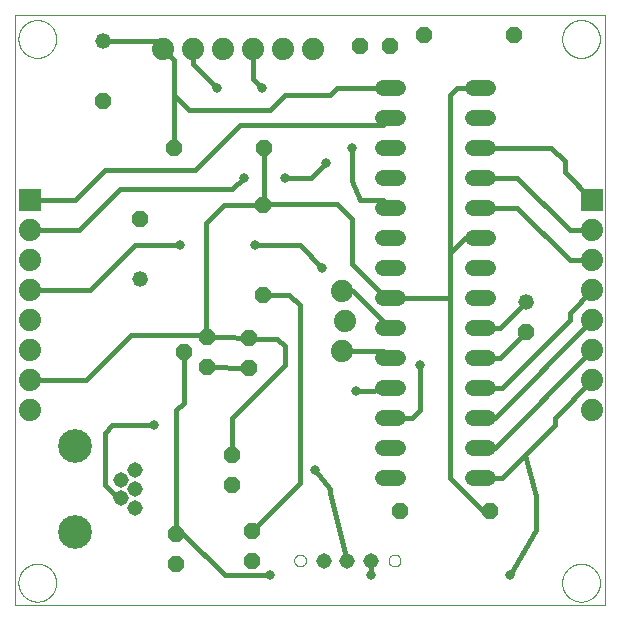
<source format=gtl>
G75*
%MOIN*%
%OFA0B0*%
%FSLAX25Y25*%
%IPPOS*%
%LPD*%
%AMOC8*
5,1,8,0,0,1.08239X$1,22.5*
%
%ADD10C,0.00000*%
%ADD11OC8,0.05200*%
%ADD12C,0.05200*%
%ADD13C,0.05200*%
%ADD14C,0.07400*%
%ADD15R,0.07400X0.07400*%
%ADD16C,0.05150*%
%ADD17C,0.11220*%
%ADD18C,0.01600*%
%ADD19C,0.03169*%
D10*
X0010043Y0001800D02*
X0010043Y0198650D01*
X0206893Y0198650D01*
X0206893Y0001800D01*
X0010043Y0001800D01*
X0011244Y0009300D02*
X0011246Y0009458D01*
X0011252Y0009616D01*
X0011262Y0009774D01*
X0011276Y0009932D01*
X0011294Y0010089D01*
X0011315Y0010246D01*
X0011341Y0010402D01*
X0011371Y0010558D01*
X0011404Y0010713D01*
X0011442Y0010866D01*
X0011483Y0011019D01*
X0011528Y0011171D01*
X0011577Y0011322D01*
X0011630Y0011471D01*
X0011686Y0011619D01*
X0011746Y0011765D01*
X0011810Y0011910D01*
X0011878Y0012053D01*
X0011949Y0012195D01*
X0012023Y0012335D01*
X0012101Y0012472D01*
X0012183Y0012608D01*
X0012267Y0012742D01*
X0012356Y0012873D01*
X0012447Y0013002D01*
X0012542Y0013129D01*
X0012639Y0013254D01*
X0012740Y0013376D01*
X0012844Y0013495D01*
X0012951Y0013612D01*
X0013061Y0013726D01*
X0013174Y0013837D01*
X0013289Y0013946D01*
X0013407Y0014051D01*
X0013528Y0014153D01*
X0013651Y0014253D01*
X0013777Y0014349D01*
X0013905Y0014442D01*
X0014035Y0014532D01*
X0014168Y0014618D01*
X0014303Y0014702D01*
X0014439Y0014781D01*
X0014578Y0014858D01*
X0014719Y0014930D01*
X0014861Y0015000D01*
X0015005Y0015065D01*
X0015151Y0015127D01*
X0015298Y0015185D01*
X0015447Y0015240D01*
X0015597Y0015291D01*
X0015748Y0015338D01*
X0015900Y0015381D01*
X0016053Y0015420D01*
X0016208Y0015456D01*
X0016363Y0015487D01*
X0016519Y0015515D01*
X0016675Y0015539D01*
X0016832Y0015559D01*
X0016990Y0015575D01*
X0017147Y0015587D01*
X0017306Y0015595D01*
X0017464Y0015599D01*
X0017622Y0015599D01*
X0017780Y0015595D01*
X0017939Y0015587D01*
X0018096Y0015575D01*
X0018254Y0015559D01*
X0018411Y0015539D01*
X0018567Y0015515D01*
X0018723Y0015487D01*
X0018878Y0015456D01*
X0019033Y0015420D01*
X0019186Y0015381D01*
X0019338Y0015338D01*
X0019489Y0015291D01*
X0019639Y0015240D01*
X0019788Y0015185D01*
X0019935Y0015127D01*
X0020081Y0015065D01*
X0020225Y0015000D01*
X0020367Y0014930D01*
X0020508Y0014858D01*
X0020647Y0014781D01*
X0020783Y0014702D01*
X0020918Y0014618D01*
X0021051Y0014532D01*
X0021181Y0014442D01*
X0021309Y0014349D01*
X0021435Y0014253D01*
X0021558Y0014153D01*
X0021679Y0014051D01*
X0021797Y0013946D01*
X0021912Y0013837D01*
X0022025Y0013726D01*
X0022135Y0013612D01*
X0022242Y0013495D01*
X0022346Y0013376D01*
X0022447Y0013254D01*
X0022544Y0013129D01*
X0022639Y0013002D01*
X0022730Y0012873D01*
X0022819Y0012742D01*
X0022903Y0012608D01*
X0022985Y0012472D01*
X0023063Y0012335D01*
X0023137Y0012195D01*
X0023208Y0012053D01*
X0023276Y0011910D01*
X0023340Y0011765D01*
X0023400Y0011619D01*
X0023456Y0011471D01*
X0023509Y0011322D01*
X0023558Y0011171D01*
X0023603Y0011019D01*
X0023644Y0010866D01*
X0023682Y0010713D01*
X0023715Y0010558D01*
X0023745Y0010402D01*
X0023771Y0010246D01*
X0023792Y0010089D01*
X0023810Y0009932D01*
X0023824Y0009774D01*
X0023834Y0009616D01*
X0023840Y0009458D01*
X0023842Y0009300D01*
X0023840Y0009142D01*
X0023834Y0008984D01*
X0023824Y0008826D01*
X0023810Y0008668D01*
X0023792Y0008511D01*
X0023771Y0008354D01*
X0023745Y0008198D01*
X0023715Y0008042D01*
X0023682Y0007887D01*
X0023644Y0007734D01*
X0023603Y0007581D01*
X0023558Y0007429D01*
X0023509Y0007278D01*
X0023456Y0007129D01*
X0023400Y0006981D01*
X0023340Y0006835D01*
X0023276Y0006690D01*
X0023208Y0006547D01*
X0023137Y0006405D01*
X0023063Y0006265D01*
X0022985Y0006128D01*
X0022903Y0005992D01*
X0022819Y0005858D01*
X0022730Y0005727D01*
X0022639Y0005598D01*
X0022544Y0005471D01*
X0022447Y0005346D01*
X0022346Y0005224D01*
X0022242Y0005105D01*
X0022135Y0004988D01*
X0022025Y0004874D01*
X0021912Y0004763D01*
X0021797Y0004654D01*
X0021679Y0004549D01*
X0021558Y0004447D01*
X0021435Y0004347D01*
X0021309Y0004251D01*
X0021181Y0004158D01*
X0021051Y0004068D01*
X0020918Y0003982D01*
X0020783Y0003898D01*
X0020647Y0003819D01*
X0020508Y0003742D01*
X0020367Y0003670D01*
X0020225Y0003600D01*
X0020081Y0003535D01*
X0019935Y0003473D01*
X0019788Y0003415D01*
X0019639Y0003360D01*
X0019489Y0003309D01*
X0019338Y0003262D01*
X0019186Y0003219D01*
X0019033Y0003180D01*
X0018878Y0003144D01*
X0018723Y0003113D01*
X0018567Y0003085D01*
X0018411Y0003061D01*
X0018254Y0003041D01*
X0018096Y0003025D01*
X0017939Y0003013D01*
X0017780Y0003005D01*
X0017622Y0003001D01*
X0017464Y0003001D01*
X0017306Y0003005D01*
X0017147Y0003013D01*
X0016990Y0003025D01*
X0016832Y0003041D01*
X0016675Y0003061D01*
X0016519Y0003085D01*
X0016363Y0003113D01*
X0016208Y0003144D01*
X0016053Y0003180D01*
X0015900Y0003219D01*
X0015748Y0003262D01*
X0015597Y0003309D01*
X0015447Y0003360D01*
X0015298Y0003415D01*
X0015151Y0003473D01*
X0015005Y0003535D01*
X0014861Y0003600D01*
X0014719Y0003670D01*
X0014578Y0003742D01*
X0014439Y0003819D01*
X0014303Y0003898D01*
X0014168Y0003982D01*
X0014035Y0004068D01*
X0013905Y0004158D01*
X0013777Y0004251D01*
X0013651Y0004347D01*
X0013528Y0004447D01*
X0013407Y0004549D01*
X0013289Y0004654D01*
X0013174Y0004763D01*
X0013061Y0004874D01*
X0012951Y0004988D01*
X0012844Y0005105D01*
X0012740Y0005224D01*
X0012639Y0005346D01*
X0012542Y0005471D01*
X0012447Y0005598D01*
X0012356Y0005727D01*
X0012267Y0005858D01*
X0012183Y0005992D01*
X0012101Y0006128D01*
X0012023Y0006265D01*
X0011949Y0006405D01*
X0011878Y0006547D01*
X0011810Y0006690D01*
X0011746Y0006835D01*
X0011686Y0006981D01*
X0011630Y0007129D01*
X0011577Y0007278D01*
X0011528Y0007429D01*
X0011483Y0007581D01*
X0011442Y0007734D01*
X0011404Y0007887D01*
X0011371Y0008042D01*
X0011341Y0008198D01*
X0011315Y0008354D01*
X0011294Y0008511D01*
X0011276Y0008668D01*
X0011262Y0008826D01*
X0011252Y0008984D01*
X0011246Y0009142D01*
X0011244Y0009300D01*
X0103172Y0016692D02*
X0103174Y0016780D01*
X0103180Y0016868D01*
X0103190Y0016956D01*
X0103204Y0017044D01*
X0103221Y0017130D01*
X0103243Y0017216D01*
X0103268Y0017300D01*
X0103298Y0017384D01*
X0103330Y0017466D01*
X0103367Y0017546D01*
X0103407Y0017625D01*
X0103451Y0017702D01*
X0103498Y0017777D01*
X0103548Y0017849D01*
X0103602Y0017920D01*
X0103658Y0017987D01*
X0103718Y0018053D01*
X0103780Y0018115D01*
X0103846Y0018175D01*
X0103913Y0018231D01*
X0103984Y0018285D01*
X0104056Y0018335D01*
X0104131Y0018382D01*
X0104208Y0018426D01*
X0104287Y0018466D01*
X0104367Y0018503D01*
X0104449Y0018535D01*
X0104533Y0018565D01*
X0104617Y0018590D01*
X0104703Y0018612D01*
X0104789Y0018629D01*
X0104877Y0018643D01*
X0104965Y0018653D01*
X0105053Y0018659D01*
X0105141Y0018661D01*
X0105229Y0018659D01*
X0105317Y0018653D01*
X0105405Y0018643D01*
X0105493Y0018629D01*
X0105579Y0018612D01*
X0105665Y0018590D01*
X0105749Y0018565D01*
X0105833Y0018535D01*
X0105915Y0018503D01*
X0105995Y0018466D01*
X0106074Y0018426D01*
X0106151Y0018382D01*
X0106226Y0018335D01*
X0106298Y0018285D01*
X0106369Y0018231D01*
X0106436Y0018175D01*
X0106502Y0018115D01*
X0106564Y0018053D01*
X0106624Y0017987D01*
X0106680Y0017920D01*
X0106734Y0017849D01*
X0106784Y0017777D01*
X0106831Y0017702D01*
X0106875Y0017625D01*
X0106915Y0017546D01*
X0106952Y0017466D01*
X0106984Y0017384D01*
X0107014Y0017300D01*
X0107039Y0017216D01*
X0107061Y0017130D01*
X0107078Y0017044D01*
X0107092Y0016956D01*
X0107102Y0016868D01*
X0107108Y0016780D01*
X0107110Y0016692D01*
X0107108Y0016604D01*
X0107102Y0016516D01*
X0107092Y0016428D01*
X0107078Y0016340D01*
X0107061Y0016254D01*
X0107039Y0016168D01*
X0107014Y0016084D01*
X0106984Y0016000D01*
X0106952Y0015918D01*
X0106915Y0015838D01*
X0106875Y0015759D01*
X0106831Y0015682D01*
X0106784Y0015607D01*
X0106734Y0015535D01*
X0106680Y0015464D01*
X0106624Y0015397D01*
X0106564Y0015331D01*
X0106502Y0015269D01*
X0106436Y0015209D01*
X0106369Y0015153D01*
X0106298Y0015099D01*
X0106226Y0015049D01*
X0106151Y0015002D01*
X0106074Y0014958D01*
X0105995Y0014918D01*
X0105915Y0014881D01*
X0105833Y0014849D01*
X0105749Y0014819D01*
X0105665Y0014794D01*
X0105579Y0014772D01*
X0105493Y0014755D01*
X0105405Y0014741D01*
X0105317Y0014731D01*
X0105229Y0014725D01*
X0105141Y0014723D01*
X0105053Y0014725D01*
X0104965Y0014731D01*
X0104877Y0014741D01*
X0104789Y0014755D01*
X0104703Y0014772D01*
X0104617Y0014794D01*
X0104533Y0014819D01*
X0104449Y0014849D01*
X0104367Y0014881D01*
X0104287Y0014918D01*
X0104208Y0014958D01*
X0104131Y0015002D01*
X0104056Y0015049D01*
X0103984Y0015099D01*
X0103913Y0015153D01*
X0103846Y0015209D01*
X0103780Y0015269D01*
X0103718Y0015331D01*
X0103658Y0015397D01*
X0103602Y0015464D01*
X0103548Y0015535D01*
X0103498Y0015607D01*
X0103451Y0015682D01*
X0103407Y0015759D01*
X0103367Y0015838D01*
X0103330Y0015918D01*
X0103298Y0016000D01*
X0103268Y0016084D01*
X0103243Y0016168D01*
X0103221Y0016254D01*
X0103204Y0016340D01*
X0103190Y0016428D01*
X0103180Y0016516D01*
X0103174Y0016604D01*
X0103172Y0016692D01*
X0134668Y0016692D02*
X0134670Y0016780D01*
X0134676Y0016868D01*
X0134686Y0016956D01*
X0134700Y0017044D01*
X0134717Y0017130D01*
X0134739Y0017216D01*
X0134764Y0017300D01*
X0134794Y0017384D01*
X0134826Y0017466D01*
X0134863Y0017546D01*
X0134903Y0017625D01*
X0134947Y0017702D01*
X0134994Y0017777D01*
X0135044Y0017849D01*
X0135098Y0017920D01*
X0135154Y0017987D01*
X0135214Y0018053D01*
X0135276Y0018115D01*
X0135342Y0018175D01*
X0135409Y0018231D01*
X0135480Y0018285D01*
X0135552Y0018335D01*
X0135627Y0018382D01*
X0135704Y0018426D01*
X0135783Y0018466D01*
X0135863Y0018503D01*
X0135945Y0018535D01*
X0136029Y0018565D01*
X0136113Y0018590D01*
X0136199Y0018612D01*
X0136285Y0018629D01*
X0136373Y0018643D01*
X0136461Y0018653D01*
X0136549Y0018659D01*
X0136637Y0018661D01*
X0136725Y0018659D01*
X0136813Y0018653D01*
X0136901Y0018643D01*
X0136989Y0018629D01*
X0137075Y0018612D01*
X0137161Y0018590D01*
X0137245Y0018565D01*
X0137329Y0018535D01*
X0137411Y0018503D01*
X0137491Y0018466D01*
X0137570Y0018426D01*
X0137647Y0018382D01*
X0137722Y0018335D01*
X0137794Y0018285D01*
X0137865Y0018231D01*
X0137932Y0018175D01*
X0137998Y0018115D01*
X0138060Y0018053D01*
X0138120Y0017987D01*
X0138176Y0017920D01*
X0138230Y0017849D01*
X0138280Y0017777D01*
X0138327Y0017702D01*
X0138371Y0017625D01*
X0138411Y0017546D01*
X0138448Y0017466D01*
X0138480Y0017384D01*
X0138510Y0017300D01*
X0138535Y0017216D01*
X0138557Y0017130D01*
X0138574Y0017044D01*
X0138588Y0016956D01*
X0138598Y0016868D01*
X0138604Y0016780D01*
X0138606Y0016692D01*
X0138604Y0016604D01*
X0138598Y0016516D01*
X0138588Y0016428D01*
X0138574Y0016340D01*
X0138557Y0016254D01*
X0138535Y0016168D01*
X0138510Y0016084D01*
X0138480Y0016000D01*
X0138448Y0015918D01*
X0138411Y0015838D01*
X0138371Y0015759D01*
X0138327Y0015682D01*
X0138280Y0015607D01*
X0138230Y0015535D01*
X0138176Y0015464D01*
X0138120Y0015397D01*
X0138060Y0015331D01*
X0137998Y0015269D01*
X0137932Y0015209D01*
X0137865Y0015153D01*
X0137794Y0015099D01*
X0137722Y0015049D01*
X0137647Y0015002D01*
X0137570Y0014958D01*
X0137491Y0014918D01*
X0137411Y0014881D01*
X0137329Y0014849D01*
X0137245Y0014819D01*
X0137161Y0014794D01*
X0137075Y0014772D01*
X0136989Y0014755D01*
X0136901Y0014741D01*
X0136813Y0014731D01*
X0136725Y0014725D01*
X0136637Y0014723D01*
X0136549Y0014725D01*
X0136461Y0014731D01*
X0136373Y0014741D01*
X0136285Y0014755D01*
X0136199Y0014772D01*
X0136113Y0014794D01*
X0136029Y0014819D01*
X0135945Y0014849D01*
X0135863Y0014881D01*
X0135783Y0014918D01*
X0135704Y0014958D01*
X0135627Y0015002D01*
X0135552Y0015049D01*
X0135480Y0015099D01*
X0135409Y0015153D01*
X0135342Y0015209D01*
X0135276Y0015269D01*
X0135214Y0015331D01*
X0135154Y0015397D01*
X0135098Y0015464D01*
X0135044Y0015535D01*
X0134994Y0015607D01*
X0134947Y0015682D01*
X0134903Y0015759D01*
X0134863Y0015838D01*
X0134826Y0015918D01*
X0134794Y0016000D01*
X0134764Y0016084D01*
X0134739Y0016168D01*
X0134717Y0016254D01*
X0134700Y0016340D01*
X0134686Y0016428D01*
X0134676Y0016516D01*
X0134670Y0016604D01*
X0134668Y0016692D01*
X0192494Y0009300D02*
X0192496Y0009458D01*
X0192502Y0009616D01*
X0192512Y0009774D01*
X0192526Y0009932D01*
X0192544Y0010089D01*
X0192565Y0010246D01*
X0192591Y0010402D01*
X0192621Y0010558D01*
X0192654Y0010713D01*
X0192692Y0010866D01*
X0192733Y0011019D01*
X0192778Y0011171D01*
X0192827Y0011322D01*
X0192880Y0011471D01*
X0192936Y0011619D01*
X0192996Y0011765D01*
X0193060Y0011910D01*
X0193128Y0012053D01*
X0193199Y0012195D01*
X0193273Y0012335D01*
X0193351Y0012472D01*
X0193433Y0012608D01*
X0193517Y0012742D01*
X0193606Y0012873D01*
X0193697Y0013002D01*
X0193792Y0013129D01*
X0193889Y0013254D01*
X0193990Y0013376D01*
X0194094Y0013495D01*
X0194201Y0013612D01*
X0194311Y0013726D01*
X0194424Y0013837D01*
X0194539Y0013946D01*
X0194657Y0014051D01*
X0194778Y0014153D01*
X0194901Y0014253D01*
X0195027Y0014349D01*
X0195155Y0014442D01*
X0195285Y0014532D01*
X0195418Y0014618D01*
X0195553Y0014702D01*
X0195689Y0014781D01*
X0195828Y0014858D01*
X0195969Y0014930D01*
X0196111Y0015000D01*
X0196255Y0015065D01*
X0196401Y0015127D01*
X0196548Y0015185D01*
X0196697Y0015240D01*
X0196847Y0015291D01*
X0196998Y0015338D01*
X0197150Y0015381D01*
X0197303Y0015420D01*
X0197458Y0015456D01*
X0197613Y0015487D01*
X0197769Y0015515D01*
X0197925Y0015539D01*
X0198082Y0015559D01*
X0198240Y0015575D01*
X0198397Y0015587D01*
X0198556Y0015595D01*
X0198714Y0015599D01*
X0198872Y0015599D01*
X0199030Y0015595D01*
X0199189Y0015587D01*
X0199346Y0015575D01*
X0199504Y0015559D01*
X0199661Y0015539D01*
X0199817Y0015515D01*
X0199973Y0015487D01*
X0200128Y0015456D01*
X0200283Y0015420D01*
X0200436Y0015381D01*
X0200588Y0015338D01*
X0200739Y0015291D01*
X0200889Y0015240D01*
X0201038Y0015185D01*
X0201185Y0015127D01*
X0201331Y0015065D01*
X0201475Y0015000D01*
X0201617Y0014930D01*
X0201758Y0014858D01*
X0201897Y0014781D01*
X0202033Y0014702D01*
X0202168Y0014618D01*
X0202301Y0014532D01*
X0202431Y0014442D01*
X0202559Y0014349D01*
X0202685Y0014253D01*
X0202808Y0014153D01*
X0202929Y0014051D01*
X0203047Y0013946D01*
X0203162Y0013837D01*
X0203275Y0013726D01*
X0203385Y0013612D01*
X0203492Y0013495D01*
X0203596Y0013376D01*
X0203697Y0013254D01*
X0203794Y0013129D01*
X0203889Y0013002D01*
X0203980Y0012873D01*
X0204069Y0012742D01*
X0204153Y0012608D01*
X0204235Y0012472D01*
X0204313Y0012335D01*
X0204387Y0012195D01*
X0204458Y0012053D01*
X0204526Y0011910D01*
X0204590Y0011765D01*
X0204650Y0011619D01*
X0204706Y0011471D01*
X0204759Y0011322D01*
X0204808Y0011171D01*
X0204853Y0011019D01*
X0204894Y0010866D01*
X0204932Y0010713D01*
X0204965Y0010558D01*
X0204995Y0010402D01*
X0205021Y0010246D01*
X0205042Y0010089D01*
X0205060Y0009932D01*
X0205074Y0009774D01*
X0205084Y0009616D01*
X0205090Y0009458D01*
X0205092Y0009300D01*
X0205090Y0009142D01*
X0205084Y0008984D01*
X0205074Y0008826D01*
X0205060Y0008668D01*
X0205042Y0008511D01*
X0205021Y0008354D01*
X0204995Y0008198D01*
X0204965Y0008042D01*
X0204932Y0007887D01*
X0204894Y0007734D01*
X0204853Y0007581D01*
X0204808Y0007429D01*
X0204759Y0007278D01*
X0204706Y0007129D01*
X0204650Y0006981D01*
X0204590Y0006835D01*
X0204526Y0006690D01*
X0204458Y0006547D01*
X0204387Y0006405D01*
X0204313Y0006265D01*
X0204235Y0006128D01*
X0204153Y0005992D01*
X0204069Y0005858D01*
X0203980Y0005727D01*
X0203889Y0005598D01*
X0203794Y0005471D01*
X0203697Y0005346D01*
X0203596Y0005224D01*
X0203492Y0005105D01*
X0203385Y0004988D01*
X0203275Y0004874D01*
X0203162Y0004763D01*
X0203047Y0004654D01*
X0202929Y0004549D01*
X0202808Y0004447D01*
X0202685Y0004347D01*
X0202559Y0004251D01*
X0202431Y0004158D01*
X0202301Y0004068D01*
X0202168Y0003982D01*
X0202033Y0003898D01*
X0201897Y0003819D01*
X0201758Y0003742D01*
X0201617Y0003670D01*
X0201475Y0003600D01*
X0201331Y0003535D01*
X0201185Y0003473D01*
X0201038Y0003415D01*
X0200889Y0003360D01*
X0200739Y0003309D01*
X0200588Y0003262D01*
X0200436Y0003219D01*
X0200283Y0003180D01*
X0200128Y0003144D01*
X0199973Y0003113D01*
X0199817Y0003085D01*
X0199661Y0003061D01*
X0199504Y0003041D01*
X0199346Y0003025D01*
X0199189Y0003013D01*
X0199030Y0003005D01*
X0198872Y0003001D01*
X0198714Y0003001D01*
X0198556Y0003005D01*
X0198397Y0003013D01*
X0198240Y0003025D01*
X0198082Y0003041D01*
X0197925Y0003061D01*
X0197769Y0003085D01*
X0197613Y0003113D01*
X0197458Y0003144D01*
X0197303Y0003180D01*
X0197150Y0003219D01*
X0196998Y0003262D01*
X0196847Y0003309D01*
X0196697Y0003360D01*
X0196548Y0003415D01*
X0196401Y0003473D01*
X0196255Y0003535D01*
X0196111Y0003600D01*
X0195969Y0003670D01*
X0195828Y0003742D01*
X0195689Y0003819D01*
X0195553Y0003898D01*
X0195418Y0003982D01*
X0195285Y0004068D01*
X0195155Y0004158D01*
X0195027Y0004251D01*
X0194901Y0004347D01*
X0194778Y0004447D01*
X0194657Y0004549D01*
X0194539Y0004654D01*
X0194424Y0004763D01*
X0194311Y0004874D01*
X0194201Y0004988D01*
X0194094Y0005105D01*
X0193990Y0005224D01*
X0193889Y0005346D01*
X0193792Y0005471D01*
X0193697Y0005598D01*
X0193606Y0005727D01*
X0193517Y0005858D01*
X0193433Y0005992D01*
X0193351Y0006128D01*
X0193273Y0006265D01*
X0193199Y0006405D01*
X0193128Y0006547D01*
X0193060Y0006690D01*
X0192996Y0006835D01*
X0192936Y0006981D01*
X0192880Y0007129D01*
X0192827Y0007278D01*
X0192778Y0007429D01*
X0192733Y0007581D01*
X0192692Y0007734D01*
X0192654Y0007887D01*
X0192621Y0008042D01*
X0192591Y0008198D01*
X0192565Y0008354D01*
X0192544Y0008511D01*
X0192526Y0008668D01*
X0192512Y0008826D01*
X0192502Y0008984D01*
X0192496Y0009142D01*
X0192494Y0009300D01*
X0192494Y0190550D02*
X0192496Y0190708D01*
X0192502Y0190866D01*
X0192512Y0191024D01*
X0192526Y0191182D01*
X0192544Y0191339D01*
X0192565Y0191496D01*
X0192591Y0191652D01*
X0192621Y0191808D01*
X0192654Y0191963D01*
X0192692Y0192116D01*
X0192733Y0192269D01*
X0192778Y0192421D01*
X0192827Y0192572D01*
X0192880Y0192721D01*
X0192936Y0192869D01*
X0192996Y0193015D01*
X0193060Y0193160D01*
X0193128Y0193303D01*
X0193199Y0193445D01*
X0193273Y0193585D01*
X0193351Y0193722D01*
X0193433Y0193858D01*
X0193517Y0193992D01*
X0193606Y0194123D01*
X0193697Y0194252D01*
X0193792Y0194379D01*
X0193889Y0194504D01*
X0193990Y0194626D01*
X0194094Y0194745D01*
X0194201Y0194862D01*
X0194311Y0194976D01*
X0194424Y0195087D01*
X0194539Y0195196D01*
X0194657Y0195301D01*
X0194778Y0195403D01*
X0194901Y0195503D01*
X0195027Y0195599D01*
X0195155Y0195692D01*
X0195285Y0195782D01*
X0195418Y0195868D01*
X0195553Y0195952D01*
X0195689Y0196031D01*
X0195828Y0196108D01*
X0195969Y0196180D01*
X0196111Y0196250D01*
X0196255Y0196315D01*
X0196401Y0196377D01*
X0196548Y0196435D01*
X0196697Y0196490D01*
X0196847Y0196541D01*
X0196998Y0196588D01*
X0197150Y0196631D01*
X0197303Y0196670D01*
X0197458Y0196706D01*
X0197613Y0196737D01*
X0197769Y0196765D01*
X0197925Y0196789D01*
X0198082Y0196809D01*
X0198240Y0196825D01*
X0198397Y0196837D01*
X0198556Y0196845D01*
X0198714Y0196849D01*
X0198872Y0196849D01*
X0199030Y0196845D01*
X0199189Y0196837D01*
X0199346Y0196825D01*
X0199504Y0196809D01*
X0199661Y0196789D01*
X0199817Y0196765D01*
X0199973Y0196737D01*
X0200128Y0196706D01*
X0200283Y0196670D01*
X0200436Y0196631D01*
X0200588Y0196588D01*
X0200739Y0196541D01*
X0200889Y0196490D01*
X0201038Y0196435D01*
X0201185Y0196377D01*
X0201331Y0196315D01*
X0201475Y0196250D01*
X0201617Y0196180D01*
X0201758Y0196108D01*
X0201897Y0196031D01*
X0202033Y0195952D01*
X0202168Y0195868D01*
X0202301Y0195782D01*
X0202431Y0195692D01*
X0202559Y0195599D01*
X0202685Y0195503D01*
X0202808Y0195403D01*
X0202929Y0195301D01*
X0203047Y0195196D01*
X0203162Y0195087D01*
X0203275Y0194976D01*
X0203385Y0194862D01*
X0203492Y0194745D01*
X0203596Y0194626D01*
X0203697Y0194504D01*
X0203794Y0194379D01*
X0203889Y0194252D01*
X0203980Y0194123D01*
X0204069Y0193992D01*
X0204153Y0193858D01*
X0204235Y0193722D01*
X0204313Y0193585D01*
X0204387Y0193445D01*
X0204458Y0193303D01*
X0204526Y0193160D01*
X0204590Y0193015D01*
X0204650Y0192869D01*
X0204706Y0192721D01*
X0204759Y0192572D01*
X0204808Y0192421D01*
X0204853Y0192269D01*
X0204894Y0192116D01*
X0204932Y0191963D01*
X0204965Y0191808D01*
X0204995Y0191652D01*
X0205021Y0191496D01*
X0205042Y0191339D01*
X0205060Y0191182D01*
X0205074Y0191024D01*
X0205084Y0190866D01*
X0205090Y0190708D01*
X0205092Y0190550D01*
X0205090Y0190392D01*
X0205084Y0190234D01*
X0205074Y0190076D01*
X0205060Y0189918D01*
X0205042Y0189761D01*
X0205021Y0189604D01*
X0204995Y0189448D01*
X0204965Y0189292D01*
X0204932Y0189137D01*
X0204894Y0188984D01*
X0204853Y0188831D01*
X0204808Y0188679D01*
X0204759Y0188528D01*
X0204706Y0188379D01*
X0204650Y0188231D01*
X0204590Y0188085D01*
X0204526Y0187940D01*
X0204458Y0187797D01*
X0204387Y0187655D01*
X0204313Y0187515D01*
X0204235Y0187378D01*
X0204153Y0187242D01*
X0204069Y0187108D01*
X0203980Y0186977D01*
X0203889Y0186848D01*
X0203794Y0186721D01*
X0203697Y0186596D01*
X0203596Y0186474D01*
X0203492Y0186355D01*
X0203385Y0186238D01*
X0203275Y0186124D01*
X0203162Y0186013D01*
X0203047Y0185904D01*
X0202929Y0185799D01*
X0202808Y0185697D01*
X0202685Y0185597D01*
X0202559Y0185501D01*
X0202431Y0185408D01*
X0202301Y0185318D01*
X0202168Y0185232D01*
X0202033Y0185148D01*
X0201897Y0185069D01*
X0201758Y0184992D01*
X0201617Y0184920D01*
X0201475Y0184850D01*
X0201331Y0184785D01*
X0201185Y0184723D01*
X0201038Y0184665D01*
X0200889Y0184610D01*
X0200739Y0184559D01*
X0200588Y0184512D01*
X0200436Y0184469D01*
X0200283Y0184430D01*
X0200128Y0184394D01*
X0199973Y0184363D01*
X0199817Y0184335D01*
X0199661Y0184311D01*
X0199504Y0184291D01*
X0199346Y0184275D01*
X0199189Y0184263D01*
X0199030Y0184255D01*
X0198872Y0184251D01*
X0198714Y0184251D01*
X0198556Y0184255D01*
X0198397Y0184263D01*
X0198240Y0184275D01*
X0198082Y0184291D01*
X0197925Y0184311D01*
X0197769Y0184335D01*
X0197613Y0184363D01*
X0197458Y0184394D01*
X0197303Y0184430D01*
X0197150Y0184469D01*
X0196998Y0184512D01*
X0196847Y0184559D01*
X0196697Y0184610D01*
X0196548Y0184665D01*
X0196401Y0184723D01*
X0196255Y0184785D01*
X0196111Y0184850D01*
X0195969Y0184920D01*
X0195828Y0184992D01*
X0195689Y0185069D01*
X0195553Y0185148D01*
X0195418Y0185232D01*
X0195285Y0185318D01*
X0195155Y0185408D01*
X0195027Y0185501D01*
X0194901Y0185597D01*
X0194778Y0185697D01*
X0194657Y0185799D01*
X0194539Y0185904D01*
X0194424Y0186013D01*
X0194311Y0186124D01*
X0194201Y0186238D01*
X0194094Y0186355D01*
X0193990Y0186474D01*
X0193889Y0186596D01*
X0193792Y0186721D01*
X0193697Y0186848D01*
X0193606Y0186977D01*
X0193517Y0187108D01*
X0193433Y0187242D01*
X0193351Y0187378D01*
X0193273Y0187515D01*
X0193199Y0187655D01*
X0193128Y0187797D01*
X0193060Y0187940D01*
X0192996Y0188085D01*
X0192936Y0188231D01*
X0192880Y0188379D01*
X0192827Y0188528D01*
X0192778Y0188679D01*
X0192733Y0188831D01*
X0192692Y0188984D01*
X0192654Y0189137D01*
X0192621Y0189292D01*
X0192591Y0189448D01*
X0192565Y0189604D01*
X0192544Y0189761D01*
X0192526Y0189918D01*
X0192512Y0190076D01*
X0192502Y0190234D01*
X0192496Y0190392D01*
X0192494Y0190550D01*
X0011244Y0190550D02*
X0011246Y0190708D01*
X0011252Y0190866D01*
X0011262Y0191024D01*
X0011276Y0191182D01*
X0011294Y0191339D01*
X0011315Y0191496D01*
X0011341Y0191652D01*
X0011371Y0191808D01*
X0011404Y0191963D01*
X0011442Y0192116D01*
X0011483Y0192269D01*
X0011528Y0192421D01*
X0011577Y0192572D01*
X0011630Y0192721D01*
X0011686Y0192869D01*
X0011746Y0193015D01*
X0011810Y0193160D01*
X0011878Y0193303D01*
X0011949Y0193445D01*
X0012023Y0193585D01*
X0012101Y0193722D01*
X0012183Y0193858D01*
X0012267Y0193992D01*
X0012356Y0194123D01*
X0012447Y0194252D01*
X0012542Y0194379D01*
X0012639Y0194504D01*
X0012740Y0194626D01*
X0012844Y0194745D01*
X0012951Y0194862D01*
X0013061Y0194976D01*
X0013174Y0195087D01*
X0013289Y0195196D01*
X0013407Y0195301D01*
X0013528Y0195403D01*
X0013651Y0195503D01*
X0013777Y0195599D01*
X0013905Y0195692D01*
X0014035Y0195782D01*
X0014168Y0195868D01*
X0014303Y0195952D01*
X0014439Y0196031D01*
X0014578Y0196108D01*
X0014719Y0196180D01*
X0014861Y0196250D01*
X0015005Y0196315D01*
X0015151Y0196377D01*
X0015298Y0196435D01*
X0015447Y0196490D01*
X0015597Y0196541D01*
X0015748Y0196588D01*
X0015900Y0196631D01*
X0016053Y0196670D01*
X0016208Y0196706D01*
X0016363Y0196737D01*
X0016519Y0196765D01*
X0016675Y0196789D01*
X0016832Y0196809D01*
X0016990Y0196825D01*
X0017147Y0196837D01*
X0017306Y0196845D01*
X0017464Y0196849D01*
X0017622Y0196849D01*
X0017780Y0196845D01*
X0017939Y0196837D01*
X0018096Y0196825D01*
X0018254Y0196809D01*
X0018411Y0196789D01*
X0018567Y0196765D01*
X0018723Y0196737D01*
X0018878Y0196706D01*
X0019033Y0196670D01*
X0019186Y0196631D01*
X0019338Y0196588D01*
X0019489Y0196541D01*
X0019639Y0196490D01*
X0019788Y0196435D01*
X0019935Y0196377D01*
X0020081Y0196315D01*
X0020225Y0196250D01*
X0020367Y0196180D01*
X0020508Y0196108D01*
X0020647Y0196031D01*
X0020783Y0195952D01*
X0020918Y0195868D01*
X0021051Y0195782D01*
X0021181Y0195692D01*
X0021309Y0195599D01*
X0021435Y0195503D01*
X0021558Y0195403D01*
X0021679Y0195301D01*
X0021797Y0195196D01*
X0021912Y0195087D01*
X0022025Y0194976D01*
X0022135Y0194862D01*
X0022242Y0194745D01*
X0022346Y0194626D01*
X0022447Y0194504D01*
X0022544Y0194379D01*
X0022639Y0194252D01*
X0022730Y0194123D01*
X0022819Y0193992D01*
X0022903Y0193858D01*
X0022985Y0193722D01*
X0023063Y0193585D01*
X0023137Y0193445D01*
X0023208Y0193303D01*
X0023276Y0193160D01*
X0023340Y0193015D01*
X0023400Y0192869D01*
X0023456Y0192721D01*
X0023509Y0192572D01*
X0023558Y0192421D01*
X0023603Y0192269D01*
X0023644Y0192116D01*
X0023682Y0191963D01*
X0023715Y0191808D01*
X0023745Y0191652D01*
X0023771Y0191496D01*
X0023792Y0191339D01*
X0023810Y0191182D01*
X0023824Y0191024D01*
X0023834Y0190866D01*
X0023840Y0190708D01*
X0023842Y0190550D01*
X0023840Y0190392D01*
X0023834Y0190234D01*
X0023824Y0190076D01*
X0023810Y0189918D01*
X0023792Y0189761D01*
X0023771Y0189604D01*
X0023745Y0189448D01*
X0023715Y0189292D01*
X0023682Y0189137D01*
X0023644Y0188984D01*
X0023603Y0188831D01*
X0023558Y0188679D01*
X0023509Y0188528D01*
X0023456Y0188379D01*
X0023400Y0188231D01*
X0023340Y0188085D01*
X0023276Y0187940D01*
X0023208Y0187797D01*
X0023137Y0187655D01*
X0023063Y0187515D01*
X0022985Y0187378D01*
X0022903Y0187242D01*
X0022819Y0187108D01*
X0022730Y0186977D01*
X0022639Y0186848D01*
X0022544Y0186721D01*
X0022447Y0186596D01*
X0022346Y0186474D01*
X0022242Y0186355D01*
X0022135Y0186238D01*
X0022025Y0186124D01*
X0021912Y0186013D01*
X0021797Y0185904D01*
X0021679Y0185799D01*
X0021558Y0185697D01*
X0021435Y0185597D01*
X0021309Y0185501D01*
X0021181Y0185408D01*
X0021051Y0185318D01*
X0020918Y0185232D01*
X0020783Y0185148D01*
X0020647Y0185069D01*
X0020508Y0184992D01*
X0020367Y0184920D01*
X0020225Y0184850D01*
X0020081Y0184785D01*
X0019935Y0184723D01*
X0019788Y0184665D01*
X0019639Y0184610D01*
X0019489Y0184559D01*
X0019338Y0184512D01*
X0019186Y0184469D01*
X0019033Y0184430D01*
X0018878Y0184394D01*
X0018723Y0184363D01*
X0018567Y0184335D01*
X0018411Y0184311D01*
X0018254Y0184291D01*
X0018096Y0184275D01*
X0017939Y0184263D01*
X0017780Y0184255D01*
X0017622Y0184251D01*
X0017464Y0184251D01*
X0017306Y0184255D01*
X0017147Y0184263D01*
X0016990Y0184275D01*
X0016832Y0184291D01*
X0016675Y0184311D01*
X0016519Y0184335D01*
X0016363Y0184363D01*
X0016208Y0184394D01*
X0016053Y0184430D01*
X0015900Y0184469D01*
X0015748Y0184512D01*
X0015597Y0184559D01*
X0015447Y0184610D01*
X0015298Y0184665D01*
X0015151Y0184723D01*
X0015005Y0184785D01*
X0014861Y0184850D01*
X0014719Y0184920D01*
X0014578Y0184992D01*
X0014439Y0185069D01*
X0014303Y0185148D01*
X0014168Y0185232D01*
X0014035Y0185318D01*
X0013905Y0185408D01*
X0013777Y0185501D01*
X0013651Y0185597D01*
X0013528Y0185697D01*
X0013407Y0185799D01*
X0013289Y0185904D01*
X0013174Y0186013D01*
X0013061Y0186124D01*
X0012951Y0186238D01*
X0012844Y0186355D01*
X0012740Y0186474D01*
X0012639Y0186596D01*
X0012542Y0186721D01*
X0012447Y0186848D01*
X0012356Y0186977D01*
X0012267Y0187108D01*
X0012183Y0187242D01*
X0012101Y0187378D01*
X0012023Y0187515D01*
X0011949Y0187655D01*
X0011878Y0187797D01*
X0011810Y0187940D01*
X0011746Y0188085D01*
X0011686Y0188231D01*
X0011630Y0188379D01*
X0011577Y0188528D01*
X0011528Y0188679D01*
X0011483Y0188831D01*
X0011442Y0188984D01*
X0011404Y0189137D01*
X0011371Y0189292D01*
X0011341Y0189448D01*
X0011315Y0189604D01*
X0011294Y0189761D01*
X0011276Y0189918D01*
X0011262Y0190076D01*
X0011252Y0190234D01*
X0011246Y0190392D01*
X0011244Y0190550D01*
D11*
X0039610Y0169989D03*
X0062995Y0154320D03*
X0051657Y0130580D03*
X0092680Y0135304D03*
X0092995Y0154320D03*
X0125043Y0188316D03*
X0135043Y0188316D03*
X0146499Y0191879D03*
X0176499Y0191879D03*
X0092680Y0105304D03*
X0087986Y0090934D03*
X0087986Y0080934D03*
X0074019Y0081209D03*
X0066519Y0086209D03*
X0074019Y0091209D03*
X0082484Y0051997D03*
X0082484Y0041997D03*
X0089127Y0026574D03*
X0089127Y0016574D03*
X0063862Y0015619D03*
X0063862Y0025619D03*
X0138379Y0033129D03*
X0168379Y0033129D03*
X0180476Y0092863D03*
D12*
X0180476Y0102863D03*
X0051657Y0110580D03*
X0039610Y0189989D03*
D13*
X0132679Y0174241D02*
X0137879Y0174241D01*
X0137879Y0164241D02*
X0132679Y0164241D01*
X0132679Y0154241D02*
X0137879Y0154241D01*
X0137879Y0144241D02*
X0132679Y0144241D01*
X0132679Y0134241D02*
X0137879Y0134241D01*
X0137879Y0124241D02*
X0132679Y0124241D01*
X0132679Y0114241D02*
X0137879Y0114241D01*
X0137879Y0104241D02*
X0132679Y0104241D01*
X0132679Y0094241D02*
X0137879Y0094241D01*
X0137879Y0084241D02*
X0132679Y0084241D01*
X0132679Y0074241D02*
X0137879Y0074241D01*
X0137879Y0064241D02*
X0132679Y0064241D01*
X0132679Y0054241D02*
X0137879Y0054241D01*
X0137879Y0044241D02*
X0132679Y0044241D01*
X0162679Y0044241D02*
X0167879Y0044241D01*
X0167879Y0054241D02*
X0162679Y0054241D01*
X0162679Y0064241D02*
X0167879Y0064241D01*
X0167879Y0074241D02*
X0162679Y0074241D01*
X0162679Y0084241D02*
X0167879Y0084241D01*
X0167879Y0094241D02*
X0162679Y0094241D01*
X0162679Y0104241D02*
X0167879Y0104241D01*
X0167879Y0114241D02*
X0162679Y0114241D01*
X0162679Y0124241D02*
X0167879Y0124241D01*
X0167879Y0134241D02*
X0162679Y0134241D01*
X0162679Y0144241D02*
X0167879Y0144241D01*
X0167879Y0154241D02*
X0162679Y0154241D01*
X0162679Y0164241D02*
X0167879Y0164241D01*
X0167879Y0174241D02*
X0162679Y0174241D01*
D14*
X0202543Y0126800D03*
X0202543Y0116800D03*
X0202543Y0106800D03*
X0202543Y0096800D03*
X0202543Y0086800D03*
X0202543Y0076800D03*
X0202543Y0066800D03*
X0119267Y0086643D03*
X0120267Y0096643D03*
X0119267Y0106643D03*
X0109491Y0187194D03*
X0099491Y0187194D03*
X0089491Y0187194D03*
X0079491Y0187194D03*
X0069491Y0187194D03*
X0059491Y0187194D03*
X0015043Y0126800D03*
X0015043Y0116800D03*
X0015043Y0106800D03*
X0015043Y0096800D03*
X0015043Y0086800D03*
X0015043Y0076800D03*
X0015043Y0066800D03*
D15*
X0015043Y0136800D03*
X0202543Y0136800D03*
D16*
X0128763Y0016692D03*
X0120889Y0016692D03*
X0113015Y0016692D03*
X0050121Y0034251D03*
X0045397Y0037400D03*
X0050121Y0040550D03*
X0045397Y0043700D03*
X0050121Y0046849D03*
D17*
X0030043Y0054920D03*
X0030043Y0026180D03*
D18*
X0044442Y0037400D02*
X0040043Y0041800D01*
X0040043Y0059300D01*
X0042543Y0061800D01*
X0056293Y0061800D01*
X0063862Y0066869D02*
X0066293Y0069300D01*
X0066293Y0085983D01*
X0066519Y0086209D01*
X0073428Y0091800D02*
X0074019Y0091209D01*
X0073793Y0091436D01*
X0073793Y0129300D01*
X0079797Y0135304D01*
X0092680Y0135304D01*
X0092926Y0135550D01*
X0117543Y0135550D01*
X0122543Y0130550D01*
X0122543Y0115550D01*
X0133852Y0104241D01*
X0135279Y0104241D01*
X0154984Y0104241D01*
X0155043Y0104300D01*
X0155043Y0119300D01*
X0155043Y0171800D01*
X0157484Y0174241D01*
X0165279Y0174241D01*
X0165338Y0154300D02*
X0165279Y0154241D01*
X0165338Y0154300D02*
X0188793Y0154300D01*
X0193291Y0149802D01*
X0193291Y0146052D01*
X0202543Y0136800D01*
X0202543Y0126800D02*
X0195043Y0126800D01*
X0177602Y0144241D01*
X0165279Y0144241D01*
X0165279Y0134241D02*
X0177602Y0134241D01*
X0195043Y0116800D01*
X0202543Y0116800D01*
X0202543Y0106800D02*
X0195043Y0099300D01*
X0195043Y0096800D01*
X0172484Y0074241D01*
X0165279Y0074241D01*
X0165279Y0084241D02*
X0171854Y0084241D01*
X0180476Y0092863D01*
X0171854Y0094241D02*
X0180476Y0102863D01*
X0171854Y0094241D02*
X0165279Y0094241D01*
X0155043Y0104300D02*
X0155043Y0044300D01*
X0166214Y0033129D01*
X0168379Y0033129D01*
X0165279Y0044241D02*
X0172484Y0044241D01*
X0180043Y0051800D01*
X0183793Y0038050D01*
X0183793Y0026800D01*
X0175043Y0011800D01*
X0180043Y0051800D02*
X0190043Y0061800D01*
X0190043Y0064300D01*
X0202543Y0076800D01*
X0202543Y0086800D02*
X0169984Y0054241D01*
X0165279Y0054241D01*
X0165279Y0064241D02*
X0169984Y0064241D01*
X0202543Y0096800D01*
X0165279Y0124241D02*
X0165220Y0124300D01*
X0160043Y0124300D01*
X0155043Y0119300D01*
X0135279Y0134241D02*
X0132720Y0136800D01*
X0125043Y0136800D01*
X0122543Y0143050D01*
X0122543Y0154300D01*
X0113793Y0149300D02*
X0108793Y0144300D01*
X0100043Y0144300D01*
X0092995Y0135619D02*
X0092995Y0154320D01*
X0085043Y0161800D02*
X0132838Y0161800D01*
X0135279Y0164241D01*
X0135279Y0174241D02*
X0117484Y0174241D01*
X0115043Y0171800D01*
X0100043Y0171800D01*
X0095043Y0166800D01*
X0067995Y0166800D01*
X0062995Y0171800D01*
X0062995Y0154320D01*
X0070043Y0146800D02*
X0085043Y0161800D01*
X0092543Y0174300D02*
X0089491Y0177351D01*
X0089491Y0187194D01*
X0077543Y0174300D02*
X0069491Y0182351D01*
X0069491Y0187194D01*
X0062995Y0183690D02*
X0062995Y0171800D01*
X0062995Y0183690D02*
X0059491Y0187194D01*
X0056696Y0189989D01*
X0039610Y0189989D01*
X0040043Y0146800D02*
X0070043Y0146800D01*
X0082543Y0140550D02*
X0086293Y0144300D01*
X0082543Y0140550D02*
X0045043Y0140550D01*
X0031293Y0126800D01*
X0015043Y0126800D01*
X0015043Y0136800D02*
X0030043Y0136800D01*
X0040043Y0146800D01*
X0050043Y0121800D02*
X0065043Y0121800D01*
X0050043Y0121800D02*
X0035043Y0106800D01*
X0015043Y0106800D01*
X0015043Y0076800D02*
X0033793Y0076800D01*
X0048793Y0091800D01*
X0073428Y0091800D01*
X0074019Y0091209D02*
X0079176Y0091052D01*
X0087986Y0090934D01*
X0088369Y0090550D01*
X0097543Y0090550D01*
X0100043Y0088050D01*
X0100043Y0081800D01*
X0082484Y0064241D01*
X0082484Y0051997D01*
X0063862Y0066869D02*
X0063862Y0025619D01*
X0066224Y0025619D01*
X0080043Y0011800D01*
X0095043Y0011800D01*
X0089127Y0026574D02*
X0105043Y0042489D01*
X0105043Y0101800D01*
X0101539Y0105304D01*
X0092680Y0105304D01*
X0090043Y0121800D02*
X0105043Y0121800D01*
X0112543Y0114300D01*
X0119267Y0106643D02*
X0122877Y0106643D01*
X0135279Y0094241D01*
X0132877Y0086643D02*
X0135279Y0084241D01*
X0132877Y0086643D02*
X0119267Y0086643D01*
X0123793Y0073050D02*
X0129088Y0073050D01*
X0135279Y0074241D01*
X0145043Y0066800D02*
X0142484Y0064241D01*
X0135279Y0064241D01*
X0145043Y0066800D02*
X0145043Y0081800D01*
X0110043Y0046800D02*
X0115043Y0040550D01*
X0115043Y0039300D01*
X0120889Y0016692D01*
X0128763Y0016692D02*
X0128793Y0011800D01*
X0087986Y0080934D02*
X0074176Y0081209D01*
X0074019Y0081209D01*
X0045397Y0037400D02*
X0044442Y0037400D01*
X0092680Y0135304D02*
X0092995Y0135619D01*
D19*
X0086293Y0144300D03*
X0100043Y0144300D03*
X0113793Y0149300D03*
X0122543Y0154300D03*
X0092543Y0174300D03*
X0077543Y0174300D03*
X0090043Y0121800D03*
X0112543Y0114300D03*
X0145043Y0081800D03*
X0123793Y0073050D03*
X0110043Y0046800D03*
X0095043Y0011800D03*
X0128793Y0011800D03*
X0175043Y0011800D03*
X0065043Y0121800D03*
X0056293Y0061800D03*
M02*

</source>
